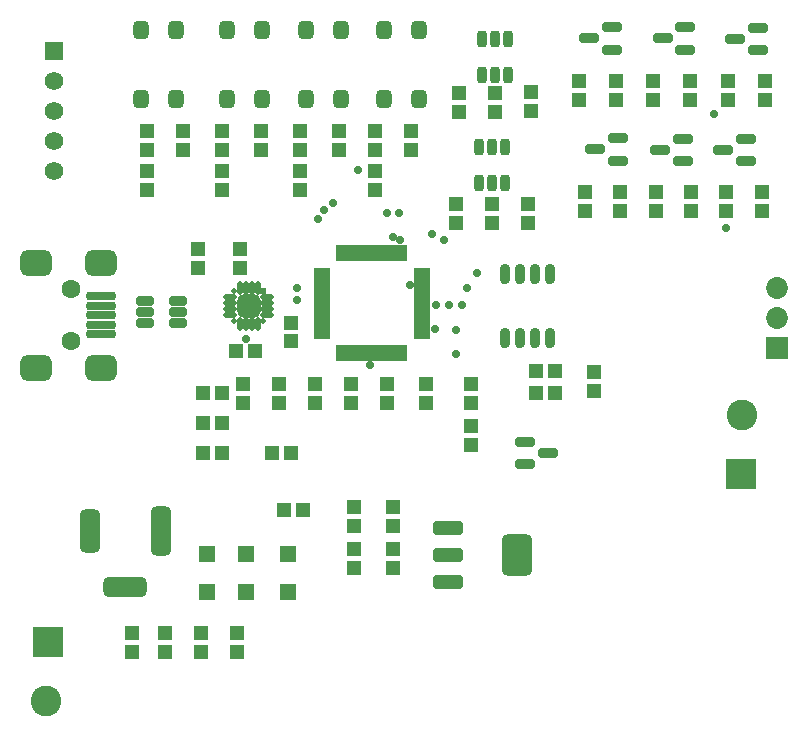
<source format=gts>
G04*
G04 #@! TF.GenerationSoftware,Altium Limited,Altium Designer,23.3.1 (30)*
G04*
G04 Layer_Color=8388736*
%FSLAX44Y44*%
%MOMM*%
G71*
G04*
G04 #@! TF.SameCoordinates,313F503E-43F4-47E4-83EF-6EFAA7C5E57D*
G04*
G04*
G04 #@! TF.FilePolarity,Negative*
G04*
G01*
G75*
%ADD36R,1.2192X1.1430*%
G04:AMPARAMS|DCode=37|XSize=1.4032mm|YSize=0.8032mm|CornerRadius=0.2516mm|HoleSize=0mm|Usage=FLASHONLY|Rotation=270.000|XOffset=0mm|YOffset=0mm|HoleType=Round|Shape=RoundedRectangle|*
%AMROUNDEDRECTD37*
21,1,1.4032,0.3000,0,0,270.0*
21,1,0.9000,0.8032,0,0,270.0*
1,1,0.5032,-0.1500,-0.4500*
1,1,0.5032,-0.1500,0.4500*
1,1,0.5032,0.1500,0.4500*
1,1,0.5032,0.1500,-0.4500*
%
%ADD37ROUNDEDRECTD37*%
%ADD38R,1.4032X1.4032*%
G04:AMPARAMS|DCode=39|XSize=1.5532mm|YSize=1.3032mm|CornerRadius=0.3766mm|HoleSize=0mm|Usage=FLASHONLY|Rotation=90.000|XOffset=0mm|YOffset=0mm|HoleType=Round|Shape=RoundedRectangle|*
%AMROUNDEDRECTD39*
21,1,1.5532,0.5500,0,0,90.0*
21,1,0.8000,1.3032,0,0,90.0*
1,1,0.7532,0.2750,0.4000*
1,1,0.7532,0.2750,-0.4000*
1,1,0.7532,-0.2750,-0.4000*
1,1,0.7532,-0.2750,0.4000*
%
%ADD39ROUNDEDRECTD39*%
G04:AMPARAMS|DCode=40|XSize=3.5032mm|YSize=2.6032mm|CornerRadius=0.4616mm|HoleSize=0mm|Usage=FLASHONLY|Rotation=90.000|XOffset=0mm|YOffset=0mm|HoleType=Round|Shape=RoundedRectangle|*
%AMROUNDEDRECTD40*
21,1,3.5032,1.6800,0,0,90.0*
21,1,2.5800,2.6032,0,0,90.0*
1,1,0.9232,0.8400,1.2900*
1,1,0.9232,0.8400,-1.2900*
1,1,0.9232,-0.8400,-1.2900*
1,1,0.9232,-0.8400,1.2900*
%
%ADD40ROUNDEDRECTD40*%
G04:AMPARAMS|DCode=41|XSize=1.2032mm|YSize=2.6032mm|CornerRadius=0.3516mm|HoleSize=0mm|Usage=FLASHONLY|Rotation=90.000|XOffset=0mm|YOffset=0mm|HoleType=Round|Shape=RoundedRectangle|*
%AMROUNDEDRECTD41*
21,1,1.2032,1.9000,0,0,90.0*
21,1,0.5000,2.6032,0,0,90.0*
1,1,0.7032,0.9500,0.2500*
1,1,0.7032,0.9500,-0.2500*
1,1,0.7032,-0.9500,-0.2500*
1,1,0.7032,-0.9500,0.2500*
%
%ADD41ROUNDEDRECTD41*%
%ADD42R,0.5080X1.3970*%
%ADD43R,1.3970X0.5080*%
%ADD44R,1.1430X1.2192*%
G04:AMPARAMS|DCode=45|XSize=0.8032mm|YSize=1.7032mm|CornerRadius=0.2516mm|HoleSize=0mm|Usage=FLASHONLY|Rotation=270.000|XOffset=0mm|YOffset=0mm|HoleType=Round|Shape=RoundedRectangle|*
%AMROUNDEDRECTD45*
21,1,0.8032,1.2000,0,0,270.0*
21,1,0.3000,1.7032,0,0,270.0*
1,1,0.5032,-0.6000,-0.1500*
1,1,0.5032,-0.6000,0.1500*
1,1,0.5032,0.6000,0.1500*
1,1,0.5032,0.6000,-0.1500*
%
%ADD45ROUNDEDRECTD45*%
G04:AMPARAMS|DCode=46|XSize=0.8032mm|YSize=1.6532mm|CornerRadius=0.2516mm|HoleSize=0mm|Usage=FLASHONLY|Rotation=0.000|XOffset=0mm|YOffset=0mm|HoleType=Round|Shape=RoundedRectangle|*
%AMROUNDEDRECTD46*
21,1,0.8032,1.1500,0,0,0.0*
21,1,0.3000,1.6532,0,0,0.0*
1,1,0.5032,0.1500,-0.5750*
1,1,0.5032,-0.1500,-0.5750*
1,1,0.5032,-0.1500,0.5750*
1,1,0.5032,0.1500,0.5750*
%
%ADD46ROUNDEDRECTD46*%
G04:AMPARAMS|DCode=47|XSize=0.8532mm|YSize=1.5032mm|CornerRadius=0.2641mm|HoleSize=0mm|Usage=FLASHONLY|Rotation=90.000|XOffset=0mm|YOffset=0mm|HoleType=Round|Shape=RoundedRectangle|*
%AMROUNDEDRECTD47*
21,1,0.8532,0.9750,0,0,90.0*
21,1,0.3250,1.5032,0,0,90.0*
1,1,0.5282,0.4875,0.1625*
1,1,0.5282,0.4875,-0.1625*
1,1,0.5282,-0.4875,-0.1625*
1,1,0.5282,-0.4875,0.1625*
%
%ADD47ROUNDEDRECTD47*%
G04:AMPARAMS|DCode=48|XSize=2.5032mm|YSize=0.7032mm|CornerRadius=0.2266mm|HoleSize=0mm|Usage=FLASHONLY|Rotation=0.000|XOffset=0mm|YOffset=0mm|HoleType=Round|Shape=RoundedRectangle|*
%AMROUNDEDRECTD48*
21,1,2.5032,0.2500,0,0,0.0*
21,1,2.0500,0.7032,0,0,0.0*
1,1,0.4532,1.0250,-0.1250*
1,1,0.4532,-1.0250,-0.1250*
1,1,0.4532,-1.0250,0.1250*
1,1,0.4532,1.0250,0.1250*
%
%ADD48ROUNDEDRECTD48*%
G04:AMPARAMS|DCode=49|XSize=2.7032mm|YSize=2.2032mm|CornerRadius=0.6016mm|HoleSize=0mm|Usage=FLASHONLY|Rotation=0.000|XOffset=0mm|YOffset=0mm|HoleType=Round|Shape=RoundedRectangle|*
%AMROUNDEDRECTD49*
21,1,2.7032,1.0000,0,0,0.0*
21,1,1.5000,2.2032,0,0,0.0*
1,1,1.2032,0.7500,-0.5000*
1,1,1.2032,-0.7500,-0.5000*
1,1,1.2032,-0.7500,0.5000*
1,1,1.2032,0.7500,0.5000*
%
%ADD49ROUNDEDRECTD49*%
G04:AMPARAMS|DCode=50|XSize=1.1032mm|YSize=0.5032mm|CornerRadius=0.1766mm|HoleSize=0mm|Usage=FLASHONLY|Rotation=0.000|XOffset=0mm|YOffset=0mm|HoleType=Round|Shape=RoundedRectangle|*
%AMROUNDEDRECTD50*
21,1,1.1032,0.1500,0,0,0.0*
21,1,0.7500,0.5032,0,0,0.0*
1,1,0.3532,0.3750,-0.0750*
1,1,0.3532,-0.3750,-0.0750*
1,1,0.3532,-0.3750,0.0750*
1,1,0.3532,0.3750,0.0750*
%
%ADD50ROUNDEDRECTD50*%
G04:AMPARAMS|DCode=51|XSize=1.1032mm|YSize=0.5032mm|CornerRadius=0.1766mm|HoleSize=0mm|Usage=FLASHONLY|Rotation=90.000|XOffset=0mm|YOffset=0mm|HoleType=Round|Shape=RoundedRectangle|*
%AMROUNDEDRECTD51*
21,1,1.1032,0.1500,0,0,90.0*
21,1,0.7500,0.5032,0,0,90.0*
1,1,0.3532,0.0750,0.3750*
1,1,0.3532,0.0750,-0.3750*
1,1,0.3532,-0.0750,-0.3750*
1,1,0.3532,-0.0750,0.3750*
%
%ADD51ROUNDEDRECTD51*%
G04:AMPARAMS|DCode=52|XSize=0.5032mm|YSize=0.5032mm|CornerRadius=0.1766mm|HoleSize=0mm|Usage=FLASHONLY|Rotation=0.000|XOffset=0mm|YOffset=0mm|HoleType=Round|Shape=RoundedRectangle|*
%AMROUNDEDRECTD52*
21,1,0.5032,0.1500,0,0,0.0*
21,1,0.1500,0.5032,0,0,0.0*
1,1,0.3532,0.0750,-0.0750*
1,1,0.3532,-0.0750,-0.0750*
1,1,0.3532,-0.0750,0.0750*
1,1,0.3532,0.0750,0.0750*
%
%ADD52ROUNDEDRECTD52*%
%ADD53R,0.5032X0.5032*%
G04:AMPARAMS|DCode=54|XSize=2.0032mm|YSize=2.0032mm|CornerRadius=0.5516mm|HoleSize=0mm|Usage=FLASHONLY|Rotation=0.000|XOffset=0mm|YOffset=0mm|HoleType=Round|Shape=RoundedRectangle|*
%AMROUNDEDRECTD54*
21,1,2.0032,0.9000,0,0,0.0*
21,1,0.9000,2.0032,0,0,0.0*
1,1,1.1032,0.4500,-0.4500*
1,1,1.1032,-0.4500,-0.4500*
1,1,1.1032,-0.4500,0.4500*
1,1,1.1032,0.4500,0.4500*
%
%ADD54ROUNDEDRECTD54*%
%ADD55C,2.6032*%
%ADD56R,2.6032X2.6032*%
%ADD57R,1.5732X1.5732*%
%ADD58C,1.5732*%
G04:AMPARAMS|DCode=59|XSize=1.7032mm|YSize=4.2032mm|CornerRadius=0.4766mm|HoleSize=0mm|Usage=FLASHONLY|Rotation=0.000|XOffset=0mm|YOffset=0mm|HoleType=Round|Shape=RoundedRectangle|*
%AMROUNDEDRECTD59*
21,1,1.7032,3.2500,0,0,0.0*
21,1,0.7500,4.2032,0,0,0.0*
1,1,0.9532,0.3750,-1.6250*
1,1,0.9532,-0.3750,-1.6250*
1,1,0.9532,-0.3750,1.6250*
1,1,0.9532,0.3750,1.6250*
%
%ADD59ROUNDEDRECTD59*%
G04:AMPARAMS|DCode=60|XSize=1.7032mm|YSize=3.7032mm|CornerRadius=0.4766mm|HoleSize=0mm|Usage=FLASHONLY|Rotation=180.000|XOffset=0mm|YOffset=0mm|HoleType=Round|Shape=RoundedRectangle|*
%AMROUNDEDRECTD60*
21,1,1.7032,2.7500,0,0,180.0*
21,1,0.7500,3.7032,0,0,180.0*
1,1,0.9532,-0.3750,1.3750*
1,1,0.9532,0.3750,1.3750*
1,1,0.9532,0.3750,-1.3750*
1,1,0.9532,-0.3750,-1.3750*
%
%ADD60ROUNDEDRECTD60*%
G04:AMPARAMS|DCode=61|XSize=1.7032mm|YSize=3.7032mm|CornerRadius=0.4766mm|HoleSize=0mm|Usage=FLASHONLY|Rotation=270.000|XOffset=0mm|YOffset=0mm|HoleType=Round|Shape=RoundedRectangle|*
%AMROUNDEDRECTD61*
21,1,1.7032,2.7500,0,0,270.0*
21,1,0.7500,3.7032,0,0,270.0*
1,1,0.9532,-1.3750,-0.3750*
1,1,0.9532,-1.3750,0.3750*
1,1,0.9532,1.3750,0.3750*
1,1,0.9532,1.3750,-0.3750*
%
%ADD61ROUNDEDRECTD61*%
%ADD62C,1.6032*%
%ADD63R,1.8532X1.8532*%
%ADD64C,1.8532*%
%ADD65C,0.7112*%
D36*
X459740Y471551D02*
D03*
Y455549D02*
D03*
X429260Y471551D02*
D03*
Y455549D02*
D03*
X398780Y471551D02*
D03*
Y455549D02*
D03*
X401320Y565531D02*
D03*
Y549529D02*
D03*
X462280Y565912D02*
D03*
Y549910D02*
D03*
X431800Y565531D02*
D03*
Y549529D02*
D03*
X515620Y328930D02*
D03*
Y312928D02*
D03*
X259080Y370840D02*
D03*
Y354838D02*
D03*
X657860Y481711D02*
D03*
Y465709D02*
D03*
X627888Y481711D02*
D03*
Y465709D02*
D03*
X597916Y481711D02*
D03*
Y465709D02*
D03*
X567944Y481711D02*
D03*
Y465709D02*
D03*
X537972Y481711D02*
D03*
Y465709D02*
D03*
X508000Y481711D02*
D03*
Y465709D02*
D03*
X660400Y575691D02*
D03*
Y559689D02*
D03*
X628904Y575691D02*
D03*
Y559689D02*
D03*
X597408Y575691D02*
D03*
Y559689D02*
D03*
X565912Y575691D02*
D03*
Y559689D02*
D03*
X534416D02*
D03*
Y575691D02*
D03*
X502920Y559689D02*
D03*
Y575691D02*
D03*
X266700Y483489D02*
D03*
Y499491D02*
D03*
X330200Y483489D02*
D03*
Y499491D02*
D03*
X200660Y483108D02*
D03*
Y499110D02*
D03*
X137160Y483489D02*
D03*
Y499491D02*
D03*
X330200Y516890D02*
D03*
Y532892D02*
D03*
X360680D02*
D03*
Y516890D02*
D03*
X299720Y532892D02*
D03*
Y516890D02*
D03*
X266700D02*
D03*
Y532892D02*
D03*
X167640D02*
D03*
Y516890D02*
D03*
X200660D02*
D03*
Y532892D02*
D03*
X233680D02*
D03*
Y516890D02*
D03*
X137160D02*
D03*
Y532892D02*
D03*
X312420Y199009D02*
D03*
Y215011D02*
D03*
X345440Y199009D02*
D03*
Y215011D02*
D03*
X312420Y163449D02*
D03*
Y179451D02*
D03*
X345440Y163449D02*
D03*
Y179451D02*
D03*
X124460Y108331D02*
D03*
Y92329D02*
D03*
X152400Y108331D02*
D03*
Y92329D02*
D03*
X213360Y108331D02*
D03*
Y92329D02*
D03*
X182880Y108331D02*
D03*
Y92329D02*
D03*
X411480Y267589D02*
D03*
Y283591D02*
D03*
X218440Y303149D02*
D03*
Y319151D02*
D03*
X248920Y303149D02*
D03*
Y319151D02*
D03*
X279400Y303149D02*
D03*
Y319151D02*
D03*
X309880Y303149D02*
D03*
Y319151D02*
D03*
X411480D02*
D03*
Y303149D02*
D03*
X373380D02*
D03*
Y319151D02*
D03*
X340360Y302768D02*
D03*
Y318770D02*
D03*
X215900Y433451D02*
D03*
Y417449D02*
D03*
X180340Y433451D02*
D03*
Y417449D02*
D03*
D37*
X440260Y489190D02*
D03*
X429260D02*
D03*
X418260D02*
D03*
Y519190D02*
D03*
X429260D02*
D03*
X440260D02*
D03*
X442800Y580630D02*
D03*
X431800D02*
D03*
X420800D02*
D03*
Y610630D02*
D03*
X431800D02*
D03*
X442800D02*
D03*
D38*
X256540Y142750D02*
D03*
Y174750D02*
D03*
X220980Y142750D02*
D03*
Y174750D02*
D03*
X187960Y142750D02*
D03*
Y174750D02*
D03*
D39*
X338060Y560030D02*
D03*
Y618530D02*
D03*
X368060Y560030D02*
D03*
Y618530D02*
D03*
X272020Y560030D02*
D03*
Y618530D02*
D03*
X302020Y560030D02*
D03*
Y618530D02*
D03*
X204710Y560030D02*
D03*
Y618530D02*
D03*
X234710Y560030D02*
D03*
Y618530D02*
D03*
X132320Y560030D02*
D03*
Y618530D02*
D03*
X162320Y560030D02*
D03*
Y618530D02*
D03*
D40*
X450640Y173990D02*
D03*
D41*
X392640Y150990D02*
D03*
Y173990D02*
D03*
Y196990D02*
D03*
D42*
X300160Y344850D02*
D03*
X305160D02*
D03*
X310160D02*
D03*
X315160D02*
D03*
X320160D02*
D03*
X325160D02*
D03*
X330160D02*
D03*
X335160D02*
D03*
X340160D02*
D03*
X345160D02*
D03*
X350160D02*
D03*
X355160D02*
D03*
Y429850D02*
D03*
X350160D02*
D03*
X345160D02*
D03*
X340160D02*
D03*
X335160D02*
D03*
X330160D02*
D03*
X325160D02*
D03*
X320160D02*
D03*
X315160D02*
D03*
X310160D02*
D03*
X305160D02*
D03*
X300160D02*
D03*
D43*
X370160Y359850D02*
D03*
Y364850D02*
D03*
Y369850D02*
D03*
Y374850D02*
D03*
Y379850D02*
D03*
Y384850D02*
D03*
Y389850D02*
D03*
Y394850D02*
D03*
Y399850D02*
D03*
Y404850D02*
D03*
Y409850D02*
D03*
Y414850D02*
D03*
X285160D02*
D03*
Y409850D02*
D03*
Y404850D02*
D03*
Y399850D02*
D03*
Y394850D02*
D03*
Y389850D02*
D03*
Y384850D02*
D03*
Y379850D02*
D03*
Y374850D02*
D03*
Y369850D02*
D03*
Y364850D02*
D03*
Y359850D02*
D03*
D44*
X482981Y311150D02*
D03*
X466979D02*
D03*
X482981Y330200D02*
D03*
X466979D02*
D03*
X269240Y212090D02*
D03*
X253238D02*
D03*
X243459Y260350D02*
D03*
X259461D02*
D03*
X185039D02*
D03*
X201041D02*
D03*
X185039Y285750D02*
D03*
X201041D02*
D03*
X185039Y311150D02*
D03*
X201041D02*
D03*
X228981Y346710D02*
D03*
X212979D02*
D03*
D45*
X530860Y602030D02*
D03*
Y621030D02*
D03*
X511860Y611530D02*
D03*
X516940Y517550D02*
D03*
X535940Y527050D02*
D03*
Y508050D02*
D03*
X625500Y516890D02*
D03*
X644500Y526390D02*
D03*
Y507390D02*
D03*
X572160Y516890D02*
D03*
X591160Y526390D02*
D03*
Y507390D02*
D03*
X635660Y610870D02*
D03*
X654660Y620370D02*
D03*
Y601370D02*
D03*
X574065Y611530D02*
D03*
X593065Y621030D02*
D03*
Y602030D02*
D03*
X476860Y260350D02*
D03*
X457860Y250850D02*
D03*
Y269850D02*
D03*
D46*
X440690Y357560D02*
D03*
X453390D02*
D03*
X466090D02*
D03*
X478790D02*
D03*
X440690Y412060D02*
D03*
X453390D02*
D03*
X466090D02*
D03*
X478790D02*
D03*
D47*
X135860Y389230D02*
D03*
Y379730D02*
D03*
Y370230D02*
D03*
X163860D02*
D03*
Y389230D02*
D03*
Y379732D02*
D03*
D48*
X98620Y377190D02*
D03*
Y385190D02*
D03*
Y369190D02*
D03*
Y393190D02*
D03*
Y361190D02*
D03*
D49*
X43620Y332690D02*
D03*
Y421690D02*
D03*
X98620D02*
D03*
Y332690D02*
D03*
D50*
X208020Y392310D02*
D03*
Y387310D02*
D03*
Y382310D02*
D03*
Y377310D02*
D03*
X239020D02*
D03*
Y382310D02*
D03*
Y387310D02*
D03*
Y392310D02*
D03*
D51*
X231020Y369310D02*
D03*
X226020D02*
D03*
X221020D02*
D03*
X216020D02*
D03*
Y400310D02*
D03*
X221020D02*
D03*
X226020D02*
D03*
X231020D02*
D03*
D52*
X211020Y397310D02*
D03*
X236020Y372310D02*
D03*
X211020D02*
D03*
D53*
X236020Y397310D02*
D03*
D54*
X223520Y384810D02*
D03*
D55*
X52070Y50330D02*
D03*
X641350Y292970D02*
D03*
D56*
X53340Y100330D02*
D03*
X640080Y242970D02*
D03*
D57*
X58420Y600710D02*
D03*
D58*
Y575310D02*
D03*
Y549910D02*
D03*
Y524510D02*
D03*
Y499110D02*
D03*
D59*
X148900Y194310D02*
D03*
D60*
X88900D02*
D03*
D61*
X118900Y147310D02*
D03*
D62*
X73120Y355190D02*
D03*
Y399190D02*
D03*
D63*
X670560Y349250D02*
D03*
D64*
Y374650D02*
D03*
Y400050D02*
D03*
D65*
X223520Y384810D02*
D03*
X591160Y526390D02*
D03*
X535940Y527050D02*
D03*
X360213Y402492D02*
D03*
X657860Y481711D02*
D03*
X597916D02*
D03*
X537972D02*
D03*
X654660Y620370D02*
D03*
X593065Y621030D02*
D03*
X534416Y575691D02*
D03*
X660400D02*
D03*
X597408D02*
D03*
X326136Y334817D02*
D03*
X398780Y344170D02*
D03*
X408178Y400221D02*
D03*
X378460Y445770D02*
D03*
X388874Y440436D02*
D03*
X281940Y458470D02*
D03*
X264160Y400050D02*
D03*
X351790Y440690D02*
D03*
X345440Y443230D02*
D03*
X287020Y466090D02*
D03*
X294640Y472440D02*
D03*
X350520Y463550D02*
D03*
X382232Y386042D02*
D03*
X515620Y328930D02*
D03*
X316230Y500380D02*
D03*
X381000Y365184D02*
D03*
X457860Y269850D02*
D03*
X398780Y364490D02*
D03*
X264160Y389890D02*
D03*
X393046Y386042D02*
D03*
X403860D02*
D03*
X416560Y412750D02*
D03*
X340360Y463550D02*
D03*
X617220Y547370D02*
D03*
X628731Y559019D02*
D03*
X627380Y450850D02*
D03*
X627888Y465709D02*
D03*
X462896Y549294D02*
D03*
X398780Y455549D02*
D03*
X429260D02*
D03*
X459740D02*
D03*
X431800Y549529D02*
D03*
X401320D02*
D03*
X330339Y499306D02*
D03*
X266838D02*
D03*
X200798Y498925D02*
D03*
X167640Y516890D02*
D03*
X137160D02*
D03*
X233680D02*
D03*
X299720D02*
D03*
X360680D02*
D03*
X309860Y319131D02*
D03*
X411460Y267569D02*
D03*
X220980Y356870D02*
D03*
X215900Y417449D02*
D03*
X467066Y330200D02*
D03*
X482981Y311150D02*
D03*
X453390Y412060D02*
D03*
M02*

</source>
